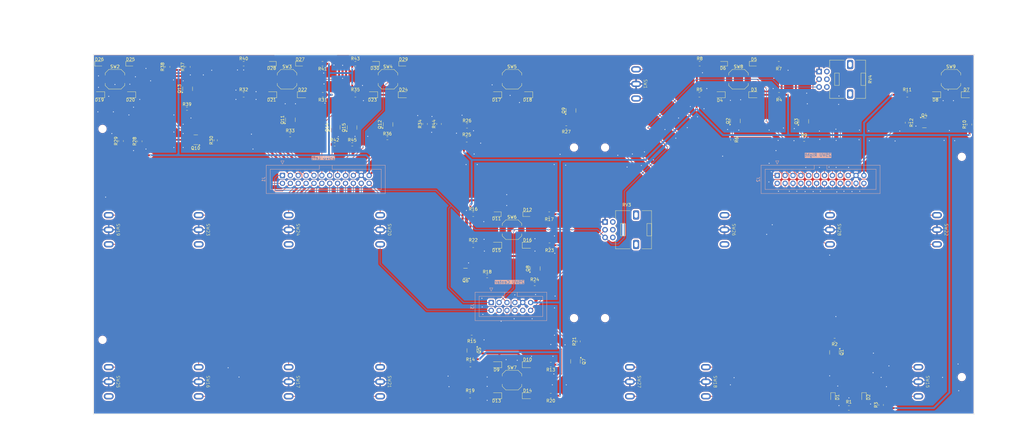
<source format=kicad_pcb>
(kicad_pcb
	(version 20240108)
	(generator "pcbnew")
	(generator_version "8.0")
	(general
		(thickness 1.6)
		(legacy_teardrops no)
	)
	(paper "A3")
	(layers
		(0 "F.Cu" signal)
		(31 "B.Cu" signal)
		(34 "B.Paste" user)
		(35 "F.Paste" user)
		(36 "B.SilkS" user "B.Silkscreen")
		(37 "F.SilkS" user "F.Silkscreen")
		(38 "B.Mask" user)
		(39 "F.Mask" user)
		(44 "Edge.Cuts" user)
		(45 "Margin" user)
		(46 "B.CrtYd" user "B.Courtyard")
		(47 "F.CrtYd" user "F.Courtyard")
		(48 "B.Fab" user)
		(49 "F.Fab" user)
	)
	(setup
		(stackup
			(layer "F.SilkS"
				(type "Top Silk Screen")
				(color "White")
			)
			(layer "F.Paste"
				(type "Top Solder Paste")
			)
			(layer "F.Mask"
				(type "Top Solder Mask")
				(color "Black")
				(thickness 0.01)
			)
			(layer "F.Cu"
				(type "copper")
				(thickness 0.035)
			)
			(layer "dielectric 1"
				(type "core")
				(thickness 1.51)
				(material "FR4")
				(epsilon_r 4.5)
				(loss_tangent 0.02)
			)
			(layer "B.Cu"
				(type "copper")
				(thickness 0.035)
			)
			(layer "B.Mask"
				(type "Bottom Solder Mask")
				(color "Black")
				(thickness 0.01)
			)
			(layer "B.Paste"
				(type "Bottom Solder Paste")
			)
			(layer "B.SilkS"
				(type "Bottom Silk Screen")
				(color "White")
			)
			(copper_finish "None")
			(dielectric_constraints yes)
		)
		(pad_to_mask_clearance 0)
		(allow_soldermask_bridges_in_footprints no)
		(pcbplotparams
			(layerselection 0x00010fc_ffffffff)
			(plot_on_all_layers_selection 0x0000000_00000000)
			(disableapertmacros no)
			(usegerberextensions no)
			(usegerberattributes yes)
			(usegerberadvancedattributes yes)
			(creategerberjobfile yes)
			(dashed_line_dash_ratio 12.000000)
			(dashed_line_gap_ratio 3.000000)
			(svgprecision 4)
			(plotframeref no)
			(viasonmask no)
			(mode 1)
			(useauxorigin no)
			(hpglpennumber 1)
			(hpglpenspeed 20)
			(hpglpendiameter 15.000000)
			(pdf_front_fp_property_popups yes)
			(pdf_back_fp_property_popups yes)
			(dxfpolygonmode yes)
			(dxfimperialunits yes)
			(dxfusepcbnewfont yes)
			(psnegative no)
			(psa4output no)
			(plotreference yes)
			(plotvalue yes)
			(plotfptext yes)
			(plotinvisibletext no)
			(sketchpadsonfab no)
			(subtractmaskfromsilk no)
			(outputformat 1)
			(mirror no)
			(drillshape 1)
			(scaleselection 1)
			(outputdirectory "")
		)
	)
	(net 0 "")
	(net 1 "Net-(D1-A)")
	(net 2 "Net-(D1-K)")
	(net 3 "Net-(D2-A)")
	(net 4 "Net-(D3-A)")
	(net 5 "Net-(D3-K)")
	(net 6 "Net-(D4-A)")
	(net 7 "Net-(D5-A)")
	(net 8 "Net-(D5-K)")
	(net 9 "Net-(D6-A)")
	(net 10 "Net-(D7-K)")
	(net 11 "Net-(D7-A)")
	(net 12 "Net-(D8-A)")
	(net 13 "Net-(D10-K)")
	(net 14 "Net-(D9-A)")
	(net 15 "Net-(D10-A)")
	(net 16 "Net-(D11-K)")
	(net 17 "Net-(D11-A)")
	(net 18 "Net-(D12-A)")
	(net 19 "Net-(D13-K)")
	(net 20 "Net-(D13-A)")
	(net 21 "Net-(D14-A)")
	(net 22 "Net-(D15-K)")
	(net 23 "Net-(D15-A)")
	(net 24 "Net-(D16-A)")
	(net 25 "Net-(D17-K)")
	(net 26 "Net-(D17-A)")
	(net 27 "Net-(D18-A)")
	(net 28 "Net-(D19-K)")
	(net 29 "Net-(D19-A)")
	(net 30 "Net-(D20-A)")
	(net 31 "Net-(D21-K)")
	(net 32 "Net-(D21-A)")
	(net 33 "Net-(D22-A)")
	(net 34 "Net-(D23-K)")
	(net 35 "Net-(D23-A)")
	(net 36 "Net-(D24-A)")
	(net 37 "Net-(D25-K)")
	(net 38 "Net-(D25-A)")
	(net 39 "Net-(D26-A)")
	(net 40 "Net-(D27-A)")
	(net 41 "Net-(D27-K)")
	(net 42 "Net-(D28-A)")
	(net 43 "Net-(D29-K)")
	(net 44 "Net-(D29-A)")
	(net 45 "Net-(D30-A)")
	(net 46 "GND")
	(net 47 "VBUS")
	(net 48 "+3V3")
	(net 49 "/WING AICE Button")
	(net 50 "/ENG 1 AICE Button")
	(net 51 "/ENG 2 AICE Button")
	(net 52 "/Window Heat Button")
	(net 53 "/APU MASTER Button")
	(net 54 "/APU START Button")
	(net 55 "/CAB PRESS MODE SEL Button")
	(net 56 "/Ditching Button")
	(net 57 "/Left LDG LT Retract")
	(net 58 "/Left LDG LT On")
	(net 59 "/Right LDG LT On")
	(net 60 "/Right LDG LT Retract")
	(net 61 "/No PEDs on")
	(net 62 "/Strobe On")
	(net 63 "/Strobe Off")
	(net 64 "/Nav Off")
	(net 65 "/Nav 2")
	(net 66 "/Nose LT TO")
	(net 67 "/Nose LT Off")
	(net 68 "/BEACON")
	(net 69 "/WING LT")
	(net 70 "/RWY TURN OFF")
	(net 71 "/Seatbelts off")
	(net 72 "/Seatbelts on")
	(net 73 "/No PEDs off")
	(net 74 "/ANN LT test")
	(net 75 "/ANN LT off")
	(net 76 "/EMER EXIT LT on")
	(net 77 "/EMER EXIT LT off")
	(net 78 "/Dome LT off")
	(net 79 "/Dome LT BRT")
	(net 80 "/Stdby Compass")
	(net 81 "/INTEG LT")
	(net 82 "/DITCHING ON LT")
	(net 83 "/LDG ELEV")
	(net 84 "/CAB MODE SEL MAN LT")
	(net 85 "/CAB MODE SEL FAULT LT")
	(net 86 "/MAN V{slash}S up")
	(net 87 "/MAN V{slash}S down")
	(net 88 "/WINDOW HEAT ON LT")
	(net 89 "/WING AICE ON LT")
	(net 90 "/WING AICE FAULT LT")
	(net 91 "/ENG 1 AICE ON LT")
	(net 92 "/ENG 1 AICE FAULT LT")
	(net 93 "/ENG 2 AICE FAULT LT")
	(net 94 "/ENG 2 AICE ON LT")
	(net 95 "/APU MASTER ON LT")
	(net 96 "/APU START ON LT")
	(net 97 "/APU AVAIL LT")
	(net 98 "/APU FAULT LT")
	(net 99 "/EMER EXIT OFF LT")
	(net 100 "unconnected-(J3-Pin_10-Pad10)")
	(footprint "Resistor_SMD:R_0805_2012Metric" (layer "F.Cu") (at 160.5 79))
	(footprint "LED_SMD:LED_0603_1608Metric" (layer "F.Cu") (at 324.5 186.5 -90))
	(footprint "Resistor_SMD:R_0603_1608Metric" (layer "F.Cu") (at 232.5 168.5 90))
	(footprint "NiasStuff:SW_Push_1TS009xxxx-xxxx-xxxx_6x6x5mm" (layer "F.Cu") (at 83 84))
	(footprint "LED_SMD:LED_0805_2012Metric" (layer "F.Cu") (at 166 89 180))
	(footprint "NiasStuff:SW_SPDT_YUEN-FUNG_MT-0-102-A101-M200-RS" (layer "F.Cu") (at 110 132.5 -90))
	(footprint "Resistor_SMD:R_0805_2012Metric" (layer "F.Cu") (at 106.5 80 90))
	(footprint "Resistor_SMD:R_0603_1608Metric" (layer "F.Cu") (at 115.5 103.675 90))
	(footprint "Resistor_SMD:R_0805_2012Metric" (layer "F.Cu") (at 223.5 186 180))
	(footprint "NiasStuff:SW_SPDT_YUEN-FUNG_MT-0-102-A101-M200-RS" (layer "F.Cu") (at 251 85.5 -90))
	(footprint "LED_SMD:LED_0805_2012Metric" (layer "F.Cu") (at 216 176))
	(footprint "Resistor_SMD:R_0805_2012Metric" (layer "F.Cu") (at 330 189 90))
	(footprint "LED_SMD:LED_0805_2012Metric" (layer "F.Cu") (at 206 137.5 180))
	(footprint "Package_TO_SOT_SMD:SOT-23" (layer "F.Cu") (at 305.05 97.5625 90))
	(footprint "MountingHole:MountingHole_2.2mm_M2" (layer "F.Cu") (at 79 100))
	(footprint "LED_SMD:LED_0805_2012Metric" (layer "F.Cu") (at 289 89))
	(footprint "Resistor_SMD:R_0805_2012Metric" (layer "F.Cu") (at 297 79 180))
	(footprint "Package_TO_SOT_SMD:SOT-23" (layer "F.Cu") (at 231.45 174.9375 -90))
	(footprint "MountingHole:MountingHole_2.2mm_M2" (layer "F.Cu") (at 231 106))
	(footprint "NiasStuff:SW_SPDT_YUEN-FUNG_MT-0-102-A101-M200-RS" (layer "F.Cu") (at 139 181.5 -90))
	(footprint "NiasStuff:SW_Push_1TS009xxxx-xxxx-xxxx_6x6x5mm" (layer "F.Cu") (at 211 181))
	(footprint "NiasStuff:SW_Push_1TS009xxxx-xxxx-xxxx_6x6x5mm" (layer "F.Cu") (at 171 84))
	(footprint "NiasStuff:SW_SPDT_YUEN-FUNG_MT-0-102-A101-M200-RS" (layer "F.Cu") (at 168.5 132.5 -90))
	(footprint "Resistor_SMD:R_0805_2012Metric" (layer "F.Cu") (at 319.5875 190 180))
	(footprint "NiasStuff:Potentiometer_Alps_RK09L_Double_Vertical" (layer "F.Cu") (at 310 81.5))
	(footprint "NiasStuff:SW_Push_1TS009xxxx-xxxx-xxxx_6x6x5mm" (layer "F.Cu") (at 211 84))
	(footprint "LED_SMD:LED_0805_2012Metric" (layer "F.Cu") (at 143.5 89))
	(footprint "LED_SMD:LED_0603_1608Metric" (layer "F.Cu") (at 142.7125 79))
	(footprint "LED_SMD:LED_0603_1608Metric" (layer "F.Cu") (at 206 127.5 180))
	(footprint "Resistor_SMD:R_0603_1608Metric" (layer "F.Cu") (at 203 147.5))
	(footprint "LED_SMD:LED_0805_2012Metric" (layer "F.Cu") (at 357.5 89))
	(footprint "MountingHole:MountingHole_2.2mm_M2" (layer "F.Cu") (at 356 109))
	(footprint "LED_SMD:LED_0603_1608Metric" (layer "F.Cu") (at 176 79))
	(footprint "Resistor_SMD:R_0805_2012Metric" (layer "F.Cu") (at 358.5 98.5875 90))
	(footprint "LED_SMD:LED_0805_2012Metric" (layer "F.Cu") (at 216 137.5))
	(footprint "NiasStuff:SW_SPDT_YUEN-FUNG_MT-0-102-A101-M200-RS"
		(locked yes)
		(layer "F.Cu")
		(uuid "513ff483-003d-4445-ac89-f4d3dd6fff94")
		(at 81 181.5 -90)
		(property "Reference" "SW25"
			(at 0 -3 -90)
			(unlocked yes)
			(layer "F.SilkS")
			(uuid "ec2ae40f-8e55-4a87-b6bb-8d801816d43f")
			(effects
				(font
					(size 1 1)
					(thickness 0.1)
				)
			)
		)
		(property "Value" "SW_SPST"
			(at 0 8.1 -90)
			(unlocked yes)
			(layer "F.Fab")
			(hide yes)
			(uuid "60026504-a3e4-4b05-9a24-f93dbd8d51a6")
			(effects
				(font
					(size 1 1)
					(thickness 0.15)
				)
			)
		)
		(property "Footprint" "NiasStuff:SW_SPDT_YUEN-FUNG_MT-0-102-A101-M200-RS"
			(at 0.1 -6.5 -90)
			(unlocked yes)
			(layer "F.Fab")
			(hide yes)
			(uuid "825f2b76-51b8-41fd-811f-4da984f9ccc5")
			(effects
				(font
					(size 1 1)
					(thickness 0.15)
				)
			)
		)
		(property "Datasheet" "https://www.lcsc.com/datasheet/lcsc_datasheet_2307200931_YUEN-FUNG-MT-0-102-A101-M200-RS_C1788492.pdf"
			(at 0 0 -90)
			(unlocked yes)
			(layer "F.Fab")
			(hide yes)
			(uuid "9b25c86c-4fb6-4759-bd58-1d58fd4b67e1")
			(effects
				(font
					(size 1 1)
					(thickness 0.15)
				)
			)
		)
		(property "Description" ""
			(at 0 0 -90)
			(unlocked yes)
			(layer "F.Fab")
			(hide yes)
			(uuid "7a944b6e-58d1-4ccb-bf38-48ea9d2a93e8")
			(effects
				(font
					(size 1 1)
					(thickness 0.15)
				)
			)
		)
		(property "JLCPCB Part" "C1788492"
			(at 0 0 -90)
			(unlocked yes)
			(layer "F.Fab")
			(hide yes)
			(uuid "90768103-d9c4-4e2d-afa5-2c944f030b04")
			(effects
				(font
					(size 1 1)
					(thickness 0.15)
				)
			)
		)
		(property "Manufracturer" "YUEN FUNG"
			(at 0 0 -90)
			(unlocked yes)
			(layer "F.Fab")
			(hide yes)
			(uuid "bd25abb4-9182-45df-94b0-5ec6c65081a3")
			(effects
				(font
					(size 1 1)
					(thickness 0.15)
				)
			)
		)
		(property "Manufracturer Part Number" "MT-0-102-A101-M200-RS"
			(at 0 0 -90)
			(unlocked yes)
			(layer "F.Fab")
			(hide yes)
			(uuid "ceab7f91-d8c5-4afa-8082-8a82d012ce89")
			(effects
				(font
					(size 1 1)
					(thickness 0.15)
				)
			)
		)
		(path "/0263dc3b-3ea3-4090-987a-65d4859f6197/bd6b90cf-8fd9-4ec8-88d6-eae4bc24129f")
		(sheetname "Knobs and switches")
		(sheetfile "knobs-switches.kicad_sch")
		(attr through_hole)
		(fp_line
			(start -6.5 4)
			(end -6.5 -4)
			(stroke
				(width 0.05)
				(type default)
			)
			(layer "F.CrtYd")
			(uuid "58322ae0-dda1-4760-a401-1bf766216eab")
		)
		(fp_line
			(start 0 4)
			(end -6.5 4)
			(stroke
				(width 0.05)
				(type default)
			)
			(layer "F.CrtYd")
			(uuid "8c91dfe8-913c-49ee-80c6-648376bcbf00")
		)
		(fp_line
			(start 0 4)
			(end 6.5 4)
			(stroke
				(width 0.05)
				(type default)
			)
			(layer "F.CrtYd")
... [1295034 chars truncated]
</source>
